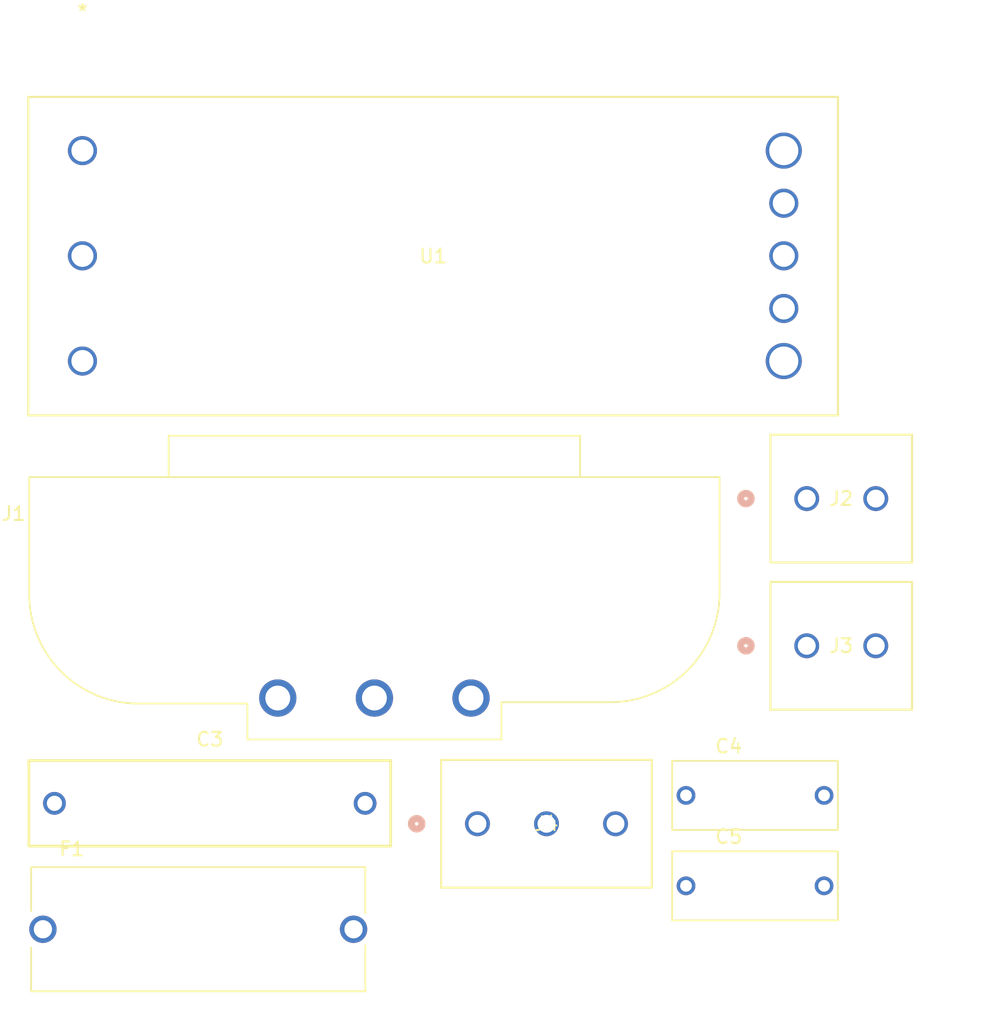
<source format=kicad_pcb>
(kicad_pcb (version 20241229) (generator "pcbnew") (generator_version "9.0")
  (layers (0 "F.Cu" signal) (2 "B.Cu" signal) (13 "F.Paste" user) (15 "B.Paste" user) (5 "F.SilkS" user "F.Silkscreen") (7 "B.SilkS" user "B.Silkscreen") (1 "F.Mask" user) (3 "B.Mask" user) (25 "Edge.Cuts" user))
  (net 0 "")
  (net 1 "/AC_neutral2")
  (net 2 "/AC_line")
  (net 3 "/AC_Earth")
  (net 4 "/AC_neutral1")
  (net 5 "GND")
  (net 6 "/+24V")
  (net 7 "/+5V")
  (footprint "Custom Components:CAP_DE1E3RA472MA4BN01F" (layer "F.Cu") (at 115 113.45)
    (property "Reference" "C4" (at -1.905 -3.556 0) (layer "F.SilkS"))
    (property "Value" "DE1E3RA472MA4BN01F")
    (fp_line (start -6 -2.5) (end -6 2.5) (stroke (width 0.127)) (layer "F.SilkS"))
    (fp_line (start -6 -2.5) (end 6 -2.5) (stroke (width 0.127)) (layer "F.SilkS"))
    (fp_line (start -6 2.5) (end 6 2.5) (stroke (width 0.127)) (layer "F.SilkS"))
    (fp_line (start 6 2.5) (end 6 -2.5) (stroke (width 0.127)) (layer "F.SilkS"))
    (pad "1" thru_hole circle (at -5 0) (size 1.358 1.358) (drill 0.85) (layers "*.Cu" "*.Mask") (net 1 "/AC_neutral2"))
    (pad "2" thru_hole circle (at 5 0) (size 1.358 1.358) (drill 0.85) (layers "*.Cu" "*.Mask") (net 3 "/AC_Earth"))
  )
  (footprint "Custom Components:CONN_1935776_PXC" (layer "F.Cu") (at 118.745 102.615601)
    (property "Reference" "J3" (at 2.5 0 0) (layer "F.SilkS"))
    (property "Value" "1935776")
    (fp_line (start -2.627 -4.627001) (end -2.627 4.626999) (stroke (width 0.1524)) (layer "F.SilkS"))
    (fp_line (start -2.627 4.626999) (end 7.627 4.626999) (stroke (width 0.1524)) (layer "F.SilkS"))
    (fp_line (start 7.627 -4.627001) (end -2.627 -4.627001) (stroke (width 0.1524)) (layer "F.SilkS"))
    (fp_line (start 7.627 4.626999) (end 7.627 -4.627001) (stroke (width 0.1524)) (layer "F.SilkS"))
    (fp_circle (center -4.405 0) (end -4.024 0) (stroke (width 0.508)) (fill no) (layer "F.SilkS"))
    (fp_circle (center -4.405 0) (end -4.024 0) (stroke (width 0.508)) (fill no) (layer "B.SilkS"))
    (pad "1" thru_hole circle (at 0 0) (size 1.8034 1.8034) (drill 1.2954) (layers "*.Cu" "*.Mask") (net 3 "/AC_Earth"))
    (pad "2" thru_hole circle (at 5 0) (size 1.8034 1.8034) (drill 1.2954) (layers "*.Cu" "*.Mask") (net 1 "/AC_neutral2"))
  )
  (footprint "Custom Components:RPA100E-W_RCP" (layer "F.Cu") (at 66.2825 66.7552)
    (property "Reference" "U1" (at 25.4 7.6446 0) (layer "F.SilkS"))
    (property "Value" "RPA100E-4805SW/N")
    (fp_line (start -3.9243 -3.887) (end -3.9243 19.1762) (stroke (width 0.1524)) (layer "F.SilkS"))
    (fp_line (start -3.9243 19.1762) (end 54.7243 19.1762) (stroke (width 0.1524)) (layer "F.SilkS"))
    (fp_line (start 54.7243 -3.887) (end -3.9243 -3.887) (stroke (width 0.1524)) (layer "F.SilkS"))
    (fp_line (start 54.7243 19.1762) (end 54.7243 -3.887) (stroke (width 0.1524)) (layer "F.SilkS"))
    (fp_text user "*" (at 0 -10.06 0) (layer "F.SilkS"))
    (fp_text user "*" (at 0 -10.06 0) (layer "F.SilkS"))
    (pad "1" thru_hole circle (at 0 0) (size 2.1082 2.1082) (drill 1.6002) (layers "*.Cu" "*.Mask") (net 6 "/+24V"))
    (pad "2" thru_hole circle (at 0 7.62) (size 2.1082 2.1082) (drill 1.6002) (layers "*.Cu" "*.Mask") (net 6 "/+24V"))
    (pad "3" thru_hole circle (at 0 15.24) (size 2.1082 2.1082) (drill 1.6002) (layers "*.Cu" "*.Mask") (net 5 "GND"))
    (pad "4" thru_hole circle (at 50.8 15.24) (size 2.6162 2.6162) (drill 2.1082) (layers "*.Cu" "*.Mask") (net 5 "GND"))
    (pad "5" thru_hole circle (at 50.8 11.43) (size 2.1082 2.1082) (drill 1.6002) (layers "*.Cu" "*.Mask") (net 5 "GND"))
    (pad "6" thru_hole circle (at 50.8 7.62) (size 2.1082 2.1082) (drill 1.6002) (layers "*.Cu" "*.Mask"))
    (pad "7" thru_hole circle (at 50.8 3.81) (size 2.1082 2.1082) (drill 1.6002) (layers "*.Cu" "*.Mask") (net 7 "/+5V"))
    (pad "8" thru_hole circle (at 50.8 0) (size 2.6162 2.6162) (drill 2.1082) (layers "*.Cu" "*.Mask") (net 7 "/+5V"))
  )
  (footprint "Custom Components:CONN_1935776_PXC" (layer "F.Cu") (at 118.745 91.955201)
    (property "Reference" "J2" (at 2.5 0 0) (layer "F.SilkS"))
    (property "Value" "1935776")
    (fp_line (start -2.627 -4.627001) (end -2.627 4.626999) (stroke (width 0.1524)) (layer "F.SilkS"))
    (fp_line (start -2.627 4.626999) (end 7.627 4.626999) (stroke (width 0.1524)) (layer "F.SilkS"))
    (fp_line (start 7.627 -4.627001) (end -2.627 -4.627001) (stroke (width 0.1524)) (layer "F.SilkS"))
    (fp_line (start 7.627 4.626999) (end 7.627 -4.627001) (stroke (width 0.1524)) (layer "F.SilkS"))
    (fp_circle (center -4.405 0) (end -4.024 0) (stroke (width 0.508)) (fill no) (layer "F.SilkS"))
    (fp_circle (center -4.405 0) (end -4.024 0) (stroke (width 0.508)) (fill no) (layer "B.SilkS"))
    (pad "1" thru_hole circle (at 0 0) (size 1.8034 1.8034) (drill 1.2954) (layers "*.Cu" "*.Mask") (net 6 "/+24V"))
    (pad "2" thru_hole circle (at 5 0) (size 1.8034 1.8034) (drill 1.2954) (layers "*.Cu" "*.Mask") (net 5 "GND"))
  )
  (footprint "Custom Components:CONN_1935789_PXC" (layer "F.Cu") (at 94.895 115.505201)
    (property "Reference" "J4" (at 5 0 0) (layer "F.SilkS"))
    (property "Value" "1935789")
    (fp_line (start -2.627 -4.627001) (end -2.627 4.626999) (stroke (width 0.1524)) (layer "F.SilkS"))
    (fp_line (start -2.627 4.626999) (end 12.627001 4.626999) (stroke (width 0.1524)) (layer "F.SilkS"))
    (fp_line (start 12.627001 -4.627001) (end -2.627 -4.627001) (stroke (width 0.1524)) (layer "F.SilkS"))
    (fp_line (start 12.627001 4.626999) (end 12.627001 -4.627001) (stroke (width 0.1524)) (layer "F.SilkS"))
    (fp_circle (center -4.405 0) (end -4.024 0) (stroke (width 0.508)) (fill no) (layer "F.SilkS"))
    (fp_circle (center -4.405 0) (end -4.024 0) (stroke (width 0.508)) (fill no) (layer "B.SilkS"))
    (pad "1" thru_hole circle (at 0 0) (size 1.8034 1.8034) (drill 1.2954) (layers "*.Cu" "*.Mask") (net 6 "/+24V"))
    (pad "2" thru_hole circle (at 5 0) (size 1.8034 1.8034) (drill 1.2954) (layers "*.Cu" "*.Mask") (net 7 "/+5V"))
    (pad "3" thru_hole circle (at 10 0) (size 1.8034 1.8034) (drill 1.2954) (layers "*.Cu" "*.Mask") (net 5 "GND"))
  )
  (footprint "Custom Components:FUSE_4628" (layer "F.Cu") (at 74.67 123.145)
    (property "Reference" "F1" (at -9.16 -5.815 0) (layer "F.SilkS"))
    (property "Value" "4628")
    (fp_line (start -12.105 -4.495) (end -12.105 -1.32) (stroke (width 0.127)) (layer "F.SilkS"))
    (fp_line (start -12.105 -4.495) (end 12.105 -4.495) (stroke (width 0.127)) (layer "F.SilkS"))
    (fp_line (start -12.105 1.32) (end -12.105 4.495) (stroke (width 0.127)) (layer "F.SilkS"))
    (fp_line (start -12.105 4.495) (end 12.105 4.495) (stroke (width 0.127)) (layer "F.SilkS"))
    (fp_line (start 12.105 -4.495) (end 12.105 -1.15) (stroke (width 0.127)) (layer "F.SilkS"))
    (fp_line (start 12.105 1.15) (end 12.105 4.495) (stroke (width 0.127)) (layer "F.SilkS"))
    (pad "1" thru_hole circle (at -11.25 0) (size 1.98 1.98) (drill 1.32) (layers "*.Cu" "*.Mask") (net 4 "/AC_neutral1"))
    (pad "2" thru_hole circle (at 11.25 0) (size 1.98 1.98) (drill 1.32) (layers "*.Cu" "*.Mask") (net 1 "/AC_neutral2"))
  )
  (footprint "Custom Components:QUALTEK_703W-00_53" (layer "F.Cu") (at 87.43 106.4)
    (property "Reference" "J1" (at -26.13625 -13.35125 180) (layer "F.SilkS") (effects (font (size 1.001969 1.001969))))
    (property "Value" "703W-00_53")
    (fp_line (start -25 -16) (end -25 -7.6) (stroke (width 0.127)) (layer "F.SilkS"))
    (fp_line (start -25 -16) (end -14.9 -16) (stroke (width 0.127)) (layer "F.SilkS"))
    (fp_line (start -17.2 0.4) (end -9.2 0.4) (stroke (width 0.127)) (layer "F.SilkS"))
    (fp_line (start -14.9 -19) (end -14.9 -16) (stroke (width 0.127)) (layer "F.SilkS"))
    (fp_line (start -14.9 -19) (end 14.9 -19) (stroke (width 0.127)) (layer "F.SilkS"))
    (fp_line (start -14.9 -16) (end 14.9 -16) (stroke (width 0.127)) (layer "F.SilkS"))
    (fp_line (start -9.2 0.4) (end -9.2 3) (stroke (width 0.127)) (layer "F.SilkS"))
    (fp_line (start -9.2 3) (end 9.2 3) (stroke (width 0.127)) (layer "F.SilkS"))
    (fp_line (start 9.2 3) (end 9.2 0.3) (stroke (width 0.127)) (layer "F.SilkS"))
    (fp_line (start 14.9 -19) (end 14.9 -16) (stroke (width 0.127)) (layer "F.SilkS"))
    (fp_line (start 14.9 -16) (end 25 -16) (stroke (width 0.127)) (layer "F.SilkS"))
    (fp_line (start 14.93 -18.99) (end 14.9 -19) (stroke (width 0.127)) (layer "F.SilkS"))
    (fp_line (start 17.1 0.3) (end 9.2 0.3) (stroke (width 0.127)) (layer "F.SilkS"))
    (fp_line (start 25 -16) (end 25 -7.6) (stroke (width 0.127)) (layer "F.SilkS"))
    (fp_arc (start -17.2 0.4) (mid -22.756854 -1.984567) (end -25 -7.6) (stroke (width 0.127)) (layer "F.SilkS"))
    (fp_arc (start 25 -7.6) (mid 22.686144 -2.013856) (end 17.1 0.3) (stroke (width 0.127)) (layer "F.SilkS"))
    (pad "" np_thru_hole circle (at -19.75 -7.3) (size 3.5 3.5) (drill 3.5) (layers "*.Cu" "*.Mask"))
    (pad "" np_thru_hole circle (at 19.75 -7.3) (size 3.5 3.5) (drill 3.5) (layers "*.Cu" "*.Mask"))
    (pad "1" thru_hole circle (at -7 0) (size 2.7 2.7) (drill 1.8) (layers "*.Cu" "*.Mask") (net 4 "/AC_neutral1"))
    (pad "2" thru_hole circle (at 0 0) (size 2.7 2.7) (drill 1.8) (layers "*.Cu" "*.Mask") (net 3 "/AC_Earth"))
    (pad "3" thru_hole circle (at 7 0) (size 2.7 2.7) (drill 1.8) (layers "*.Cu" "*.Mask") (net 2 "/AC_line"))
  )
  (footprint "Custom Components:WCAP-FTX2_P22.5L26W6H12_CS" (layer "F.Cu") (at 75.505 114.025)
    (property "Reference" "C3" (at 0 -4.635 0) (layer "F.SilkS"))
    (property "Value" "WCAP-FTX2_P22.5_CS")
    (fp_line (start -13.1 -3.1) (end 13.1 -3.1) (stroke (width 0.2)) (layer "F.SilkS"))
    (fp_line (start -13.1 3.1) (end -13.1 -3.1) (stroke (width 0.2)) (layer "F.SilkS"))
    (fp_line (start 13.1 -3.1) (end 13.1 3.1) (stroke (width 0.2)) (layer "F.SilkS"))
    (fp_line (start 13.1 3.1) (end -13.1 3.1) (stroke (width 0.2)) (layer "F.SilkS"))
    (pad "1" thru_hole circle (at -11.25 0) (size 1.65 1.65) (drill 1.1) (layers "*.Cu" "*.Mask") (net 1 "/AC_neutral2"))
    (pad "2" thru_hole circle (at 11.25 0) (size 1.65 1.65) (drill 1.1) (layers "*.Cu" "*.Mask") (net 2 "/AC_line"))
  )
  (footprint "Custom Components:CAP_DE1E3RA472MA4BN01F" (layer "F.Cu") (at 115 120)
    (property "Reference" "C5" (at -1.905 -3.556 0) (layer "F.SilkS"))
    (property "Value" "DE1E3RA472MA4BN01F")
    (fp_line (start -6 -2.5) (end -6 2.5) (stroke (width 0.127)) (layer "F.SilkS"))
    (fp_line (start -6 -2.5) (end 6 -2.5) (stroke (width 0.127)) (layer "F.SilkS"))
    (fp_line (start -6 2.5) (end 6 2.5) (stroke (width 0.127)) (layer "F.SilkS"))
    (fp_line (start 6 2.5) (end 6 -2.5) (stroke (width 0.127)) (layer "F.SilkS"))
    (pad "1" thru_hole circle (at -5 0) (size 1.358 1.358) (drill 0.85) (layers "*.Cu" "*.Mask") (net 3 "/AC_Earth"))
    (pad "2" thru_hole circle (at 5 0) (size 1.358 1.358) (drill 0.85) (layers "*.Cu" "*.Mask") (net 2 "/AC_line"))
  )
)
</source>
